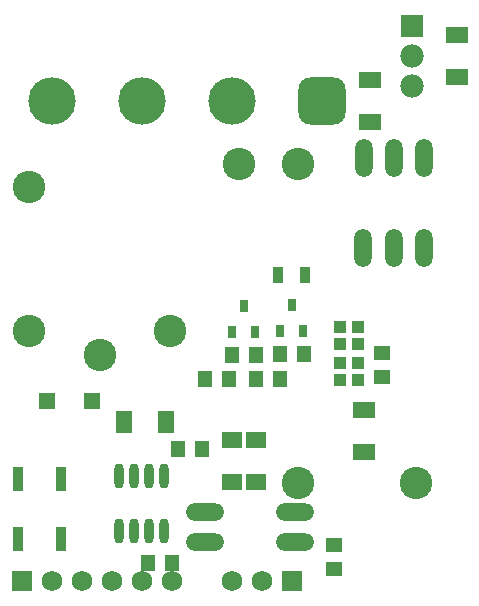
<source format=gts>
G04*
G04 #@! TF.GenerationSoftware,Altium Limited,Altium Designer,20.2.5 (213)*
G04*
G04 Layer_Color=8388736*
%FSLAX25Y25*%
%MOIN*%
G70*
G04*
G04 #@! TF.SameCoordinates,D46C28A9-7DA0-4B25-B7FC-F21E02E80399*
G04*
G04*
G04 #@! TF.FilePolarity,Negative*
G04*
G01*
G75*
%ADD27O,0.03162X0.08280*%
%ADD28R,0.05200X0.05200*%
%ADD29R,0.05800X0.04800*%
%ADD30O,0.12800X0.05800*%
%ADD31R,0.03000X0.04200*%
%ADD32R,0.03700X0.05800*%
%ADD33R,0.04800X0.05800*%
%ADD34R,0.04000X0.04000*%
%ADD35R,0.07600X0.05800*%
%ADD36R,0.06800X0.05800*%
%ADD37R,0.05800X0.07600*%
%ADD38R,0.03300X0.08300*%
%ADD39O,0.05800X0.12800*%
%ADD40C,0.06800*%
%ADD41R,0.06800X0.06800*%
%ADD42C,0.15800*%
G04:AMPARAMS|DCode=43|XSize=158mil|YSize=158mil|CornerRadius=41.5mil|HoleSize=0mil|Usage=FLASHONLY|Rotation=180.000|XOffset=0mil|YOffset=0mil|HoleType=Round|Shape=RoundedRectangle|*
%AMROUNDEDRECTD43*
21,1,0.15800,0.07500,0,0,180.0*
21,1,0.07500,0.15800,0,0,180.0*
1,1,0.08300,-0.03750,0.03750*
1,1,0.08300,0.03750,0.03750*
1,1,0.08300,0.03750,-0.03750*
1,1,0.08300,-0.03750,-0.03750*
%
%ADD43ROUNDEDRECTD43*%
%ADD44C,0.10800*%
%ADD45C,0.07800*%
%ADD46R,0.07800X0.07800*%
D27*
X67500Y55252D02*
D03*
X62500D02*
D03*
X57500D02*
D03*
X52500D02*
D03*
X67500Y36748D02*
D03*
X62500D02*
D03*
X57500D02*
D03*
X52500D02*
D03*
D28*
X28400Y80000D02*
D03*
X43600D02*
D03*
D29*
X124000Y32000D02*
D03*
Y24000D02*
D03*
X140000Y96000D02*
D03*
Y88000D02*
D03*
D30*
X111000Y33000D02*
D03*
Y43000D02*
D03*
X81000D02*
D03*
Y33000D02*
D03*
D31*
X106260Y103400D02*
D03*
X113740Y103400D02*
D03*
X110000Y112000D02*
D03*
X90260Y103200D02*
D03*
X97740Y103200D02*
D03*
X94000Y111800D02*
D03*
D32*
X114528Y122000D02*
D03*
X105472D02*
D03*
D33*
X114000Y95700D02*
D03*
X106000D02*
D03*
X98000Y95500D02*
D03*
X90000D02*
D03*
X106000Y87500D02*
D03*
X98000D02*
D03*
X89000D02*
D03*
X81000D02*
D03*
X72000Y64000D02*
D03*
X80000D02*
D03*
X70000Y26000D02*
D03*
X62000D02*
D03*
D34*
X126000Y87200D02*
D03*
Y92800D02*
D03*
Y104800D02*
D03*
Y99200D02*
D03*
X132000Y104800D02*
D03*
Y99200D02*
D03*
Y87200D02*
D03*
Y92800D02*
D03*
D35*
X134000Y63000D02*
D03*
Y77000D02*
D03*
X136000Y187000D02*
D03*
Y173000D02*
D03*
X165000Y188000D02*
D03*
Y202000D02*
D03*
D36*
X90000Y67000D02*
D03*
Y53000D02*
D03*
X98000Y67000D02*
D03*
Y53000D02*
D03*
D37*
X54000Y73000D02*
D03*
X68000D02*
D03*
D38*
X18800Y54000D02*
D03*
Y34000D02*
D03*
X33200D02*
D03*
Y54000D02*
D03*
D39*
X154000Y131000D02*
D03*
Y161000D02*
D03*
X134000D02*
D03*
X144000D02*
D03*
Y131000D02*
D03*
X133906Y130999D02*
D03*
D40*
X90000Y20000D02*
D03*
X100000D02*
D03*
X70000D02*
D03*
X60000D02*
D03*
X50000D02*
D03*
X40000D02*
D03*
X30000D02*
D03*
D41*
X110000D02*
D03*
X20000D02*
D03*
D42*
X90000Y180000D02*
D03*
X60000D02*
D03*
X30000D02*
D03*
D43*
X120000D02*
D03*
D44*
X22378Y151347D02*
D03*
X46000Y95441D02*
D03*
X22378Y103315D02*
D03*
X69622D02*
D03*
X112000Y52701D02*
D03*
X151370D02*
D03*
X112000Y159000D02*
D03*
X92315Y159000D02*
D03*
D45*
X150000Y185000D02*
D03*
X150000Y195000D02*
D03*
D46*
X150000Y205000D02*
D03*
M02*

</source>
